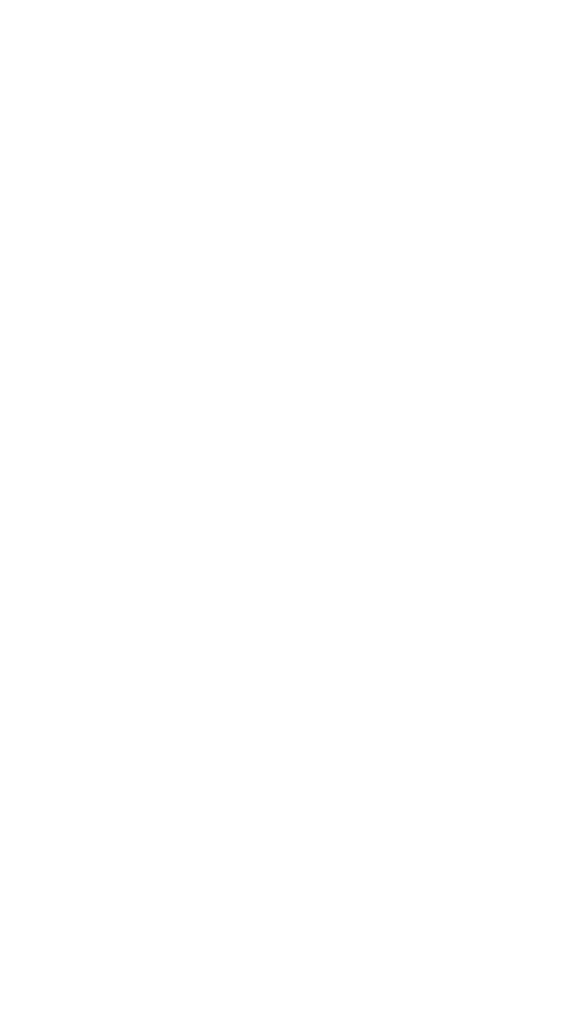
<source format=kicad_pcb>
(kicad_pcb (version 20240108) (generator "pcbnew") (generator_version "8.0")
  (layers (0 "F.Cu" signal) (1 "In1.Cu" signal) (2 "In2.Cu" power) (31 "B.Cu" signal) (34 "B.Paste" user) (35 "F.Paste" user) (36 "B.SilkS" user "B.Silkscreen") (37 "F.SilkS" user "F.Silkscreen") (38 "B.Mask" user) (39 "F.Mask" user) (44 "Edge.Cuts" user))
  (net 0 "")
)
</source>
